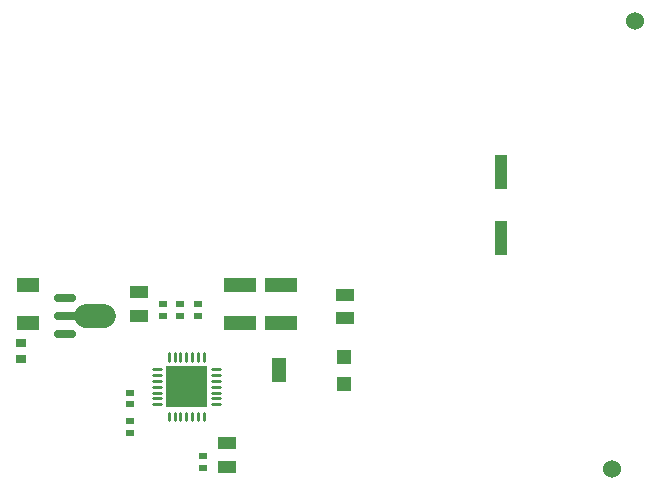
<source format=gtp>
G04 Layer: TopPasteMaskLayer*
G04 EasyEDA v6.4.25, 2021-11-25T17:10:39+00:00*
G04 af4d78e2c0a6465aa0e43a92e4f8f8c3,fa2b77c0ec1047208735ea1b46d97466,10*
G04 Gerber Generator version 0.2*
G04 Scale: 100 percent, Rotated: No, Reflected: No *
G04 Dimensions in millimeters *
G04 leading zeros omitted , absolute positions ,4 integer and 5 decimal *
%FSLAX45Y45*%
%MOMM*%

%ADD14C,2.0000*%
%ADD15C,0.7000*%
%ADD16C,0.2800*%
%ADD18R,1.0000X3.0000*%
%ADD19R,0.9000X0.8000*%
%ADD20R,1.5500X1.0000*%
%ADD21R,1.3005X1.3005*%
%ADD22R,1.3005X1.9990*%
%ADD23R,0.8000X0.5000*%
%ADD24C,1.5240*%
%ADD26R,2.7000X1.2000*%
%ADD27R,1.9000X1.2000*%

%LPD*%
D14*
X749968Y1499996D02*
G01*
X899967Y1499996D01*
D15*
X514936Y1499996D02*
G01*
X654936Y1499996D01*
X515030Y1349882D02*
G01*
X635030Y1349882D01*
X515030Y1650111D02*
G01*
X635030Y1650111D01*
D16*
X1449882Y1181008D02*
G01*
X1449882Y1119009D01*
X1499920Y1181008D02*
G01*
X1499920Y1119009D01*
X1549958Y1181008D02*
G01*
X1549958Y1119009D01*
X1599996Y1181008D02*
G01*
X1599996Y1119009D01*
X1650034Y1181008D02*
G01*
X1650034Y1119009D01*
X1700072Y1181008D02*
G01*
X1700072Y1119009D01*
X1750110Y1181008D02*
G01*
X1750110Y1119009D01*
X1819010Y1050137D02*
G01*
X1881009Y1050137D01*
X1819010Y1000099D02*
G01*
X1881009Y1000099D01*
X1819010Y950061D02*
G01*
X1881009Y950061D01*
X1819010Y900023D02*
G01*
X1881009Y900023D01*
X1819010Y849985D02*
G01*
X1881009Y849985D01*
X1819010Y799947D02*
G01*
X1881009Y799947D01*
X1819010Y749909D02*
G01*
X1881009Y749909D01*
X1750110Y681009D02*
G01*
X1750110Y619010D01*
X1700072Y681009D02*
G01*
X1700072Y619010D01*
X1650034Y681009D02*
G01*
X1650034Y619010D01*
X1599996Y681009D02*
G01*
X1599996Y619010D01*
X1549958Y681009D02*
G01*
X1549958Y619010D01*
X1499920Y681009D02*
G01*
X1499920Y619010D01*
X1449882Y681009D02*
G01*
X1449882Y619010D01*
X1319011Y749909D02*
G01*
X1381010Y749909D01*
X1319011Y799947D02*
G01*
X1381010Y799947D01*
X1319011Y849985D02*
G01*
X1381010Y849985D01*
X1319011Y900023D02*
G01*
X1381010Y900023D01*
X1319011Y950061D02*
G01*
X1381010Y950061D01*
X1319011Y1000099D02*
G01*
X1381010Y1000099D01*
X1319011Y1050137D02*
G01*
X1381010Y1050137D01*
D18*
G01*
X4260011Y2720009D03*
G01*
X4260011Y2159990D03*
D19*
G01*
X199999Y1270000D03*
G01*
X199999Y1129995D03*
D20*
G01*
X1940001Y419988D03*
G01*
X1940001Y219989D03*
D21*
G01*
X2934309Y1154303D03*
G01*
X2934309Y925703D03*
D22*
G01*
X2385669Y1040003D03*
D20*
G01*
X2939999Y1680006D03*
G01*
X2939999Y1480007D03*
D23*
G01*
X1740001Y210007D03*
G01*
X1740001Y310006D03*
D24*
G01*
X5200015Y199999D03*
G01*
X5400014Y3999992D03*
G36*
X1424993Y1075021D02*
G01*
X1774995Y1075021D01*
X1774995Y725020D01*
X1424993Y725020D01*
G37*
D23*
G01*
X1549984Y1599996D03*
G01*
X1549984Y1499996D03*
D26*
G01*
X2399995Y1760016D03*
G01*
X2399995Y1440002D03*
G01*
X2050008Y1760016D03*
G01*
X2050008Y1440002D03*
D20*
G01*
X1199997Y1699996D03*
G01*
X1199997Y1499996D03*
D27*
G01*
X259994Y1440002D03*
G01*
X259994Y1760016D03*
D23*
G01*
X1120012Y510006D03*
G01*
X1120012Y610006D03*
G01*
X1120012Y750011D03*
G01*
X1120012Y850011D03*
G01*
X1399997Y1599996D03*
G01*
X1399997Y1499996D03*
G01*
X1699996Y1599996D03*
G01*
X1699996Y1499996D03*
M02*

</source>
